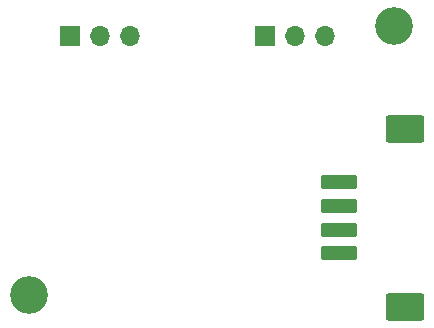
<source format=gbr>
%TF.GenerationSoftware,KiCad,Pcbnew,8.0.1*%
%TF.CreationDate,2024-05-29T15:12:31+02:00*%
%TF.ProjectId,SignalsPort,5369676e-616c-4735-906f-72742e6b6963,rev?*%
%TF.SameCoordinates,Original*%
%TF.FileFunction,Soldermask,Top*%
%TF.FilePolarity,Negative*%
%FSLAX46Y46*%
G04 Gerber Fmt 4.6, Leading zero omitted, Abs format (unit mm)*
G04 Created by KiCad (PCBNEW 8.0.1) date 2024-05-29 15:12:31*
%MOMM*%
%LPD*%
G01*
G04 APERTURE LIST*
G04 Aperture macros list*
%AMRoundRect*
0 Rectangle with rounded corners*
0 $1 Rounding radius*
0 $2 $3 $4 $5 $6 $7 $8 $9 X,Y pos of 4 corners*
0 Add a 4 corners polygon primitive as box body*
4,1,4,$2,$3,$4,$5,$6,$7,$8,$9,$2,$3,0*
0 Add four circle primitives for the rounded corners*
1,1,$1+$1,$2,$3*
1,1,$1+$1,$4,$5*
1,1,$1+$1,$6,$7*
1,1,$1+$1,$8,$9*
0 Add four rect primitives between the rounded corners*
20,1,$1+$1,$2,$3,$4,$5,0*
20,1,$1+$1,$4,$5,$6,$7,0*
20,1,$1+$1,$6,$7,$8,$9,0*
20,1,$1+$1,$8,$9,$2,$3,0*%
G04 Aperture macros list end*
%ADD10C,3.200000*%
%ADD11RoundRect,0.250001X1.399999X-0.899999X1.399999X0.899999X-1.399999X0.899999X-1.399999X-0.899999X0*%
%ADD12RoundRect,0.250000X1.300000X-0.350000X1.300000X0.350000X-1.300000X0.350000X-1.300000X-0.350000X0*%
%ADD13R,1.700000X1.700000*%
%ADD14O,1.700000X1.700000*%
G04 APERTURE END LIST*
D10*
%TO.C,REF\u002A\u002A*%
X150600000Y-89800000D03*
%TD*%
%TO.C,REF\u002A\u002A*%
X119700000Y-112500000D03*
%TD*%
D11*
%TO.C,J3*%
X151500000Y-98480000D03*
X151500000Y-113520000D03*
D12*
X145900000Y-103000000D03*
X145900000Y-105000000D03*
X145900000Y-107000000D03*
X145900000Y-109000000D03*
%TD*%
D13*
%TO.C,J2*%
X123175000Y-90575000D03*
D14*
X125715000Y-90575000D03*
X128255000Y-90575000D03*
%TD*%
D13*
%TO.C,J1*%
X139675000Y-90575000D03*
D14*
X142215000Y-90575000D03*
X144755000Y-90575000D03*
%TD*%
M02*

</source>
